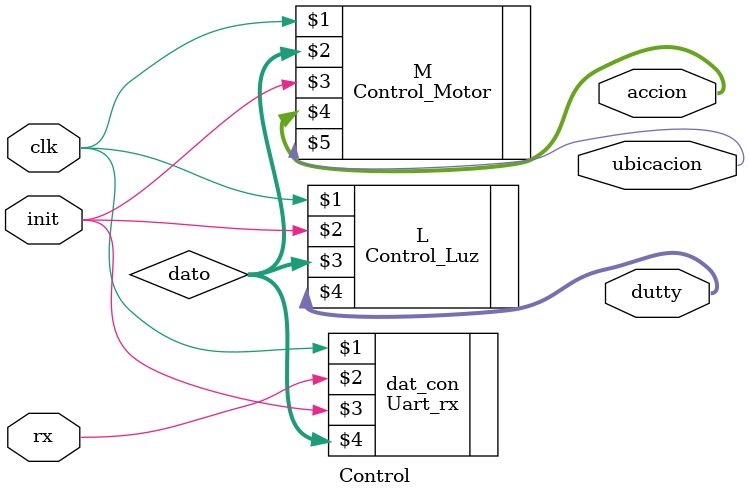
<source format=v>
module Control(clk,rx,init,accion,dutty,ubicacion);

input clk;
input rx;
input init;
output [1:0] accion;
output [15:0] dutty; 
output ubicacion;
wire [7:0] dato;

Uart_rx dat_con(clk,rx,init,dato);
Control_Motor M(clk,dato,init,accion,ubicacion);
Control_Luz L(clk,init,dato,dutty);


endmodule
</source>
